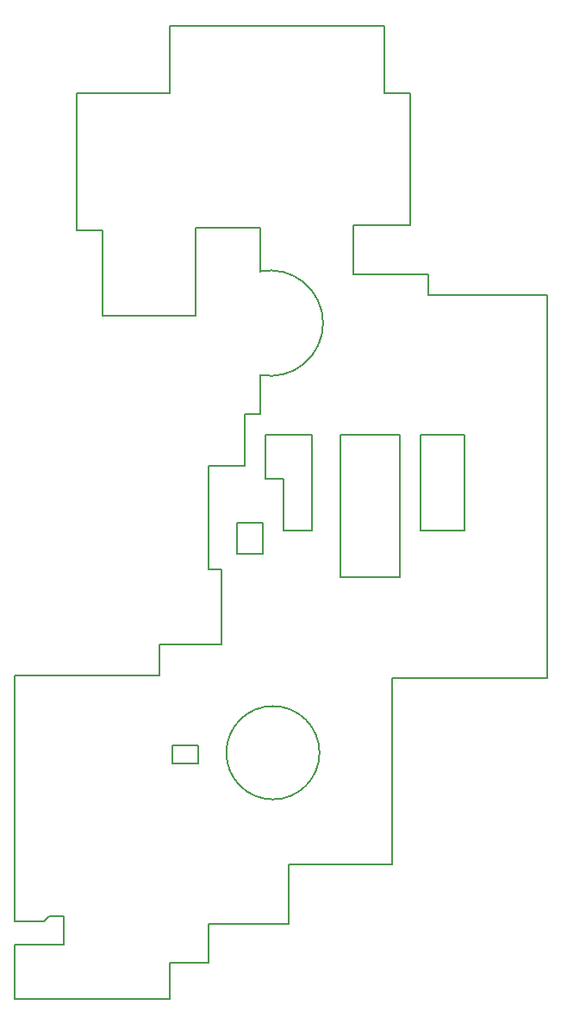
<source format=gm1>
G04 #@! TF.GenerationSoftware,KiCad,Pcbnew,(5.0.1)-4*
G04 #@! TF.CreationDate,2019-03-10T19:06:40+01:00*
G04 #@! TF.ProjectId,wiihdmi_wmi,77696968646D695F776D692E6B696361,rev?*
G04 #@! TF.SameCoordinates,Original*
G04 #@! TF.FileFunction,Profile,NP*
%FSLAX46Y46*%
G04 Gerber Fmt 4.6, Leading zero omitted, Abs format (unit mm)*
G04 Created by KiCad (PCBNEW (5.0.1)-4) date 10.03.2019 19:06:40*
%MOMM*%
%LPD*%
G01*
G04 APERTURE LIST*
%ADD10C,0.150000*%
%ADD11C,0.200000*%
G04 APERTURE END LIST*
D10*
X59182000Y-160274000D02*
X59182000Y-160909000D01*
X58801000Y-160274000D02*
X59182000Y-160274000D01*
X57785000Y-160274000D02*
X58801000Y-160274000D01*
X57277000Y-160782000D02*
X57785000Y-160274000D01*
X54356000Y-160782000D02*
X57277000Y-160782000D01*
X59182000Y-160782000D02*
X59182000Y-163068000D01*
X54356000Y-168402000D02*
X59182000Y-168402000D01*
X54356000Y-163068000D02*
X54356000Y-168402000D01*
X59182000Y-163068000D02*
X54356000Y-163068000D01*
X78486000Y-110998000D02*
X78486000Y-107188000D01*
X78486000Y-92710000D02*
X78486000Y-97028000D01*
X78485999Y-97028001D02*
G75*
G02X78486001Y-107187999I1016001J-5079999D01*
G01*
X92202000Y-113030000D02*
X92202000Y-127000000D01*
X86360000Y-113030000D02*
X86360000Y-127000000D01*
X86360000Y-127000000D02*
X92202000Y-127000000D01*
X94234000Y-122428000D02*
X98552000Y-122428000D01*
X94234000Y-113030000D02*
X94234000Y-122428000D01*
X98552000Y-113030000D02*
X94234000Y-113030000D01*
X86360000Y-113030000D02*
X92202000Y-113030000D01*
X80772000Y-122428000D02*
X83566000Y-122428000D01*
X78994000Y-113030000D02*
X83566000Y-113030000D01*
X83566000Y-113030000D02*
X83566000Y-122428000D01*
X78486000Y-110998000D02*
X76962000Y-110998000D01*
X69596000Y-79502000D02*
X69596000Y-72898000D01*
X60452000Y-79502000D02*
X69596000Y-79502000D01*
X60452000Y-92964000D02*
X60452000Y-79502000D01*
X62992000Y-92964000D02*
X60452000Y-92964000D01*
X62992000Y-101346000D02*
X62992000Y-92964000D01*
X72136000Y-101346000D02*
X62992000Y-101346000D01*
X72136000Y-92710000D02*
X72136000Y-101346000D01*
X72136000Y-92710000D02*
X78486000Y-92710000D01*
X78994000Y-117348000D02*
X78994000Y-113030000D01*
X80772000Y-117348000D02*
X78994000Y-117348000D01*
X80772000Y-122428000D02*
X80772000Y-117348000D01*
X98552000Y-113030000D02*
X98552000Y-122428000D01*
X76200000Y-124714000D02*
X76200000Y-121666000D01*
X78740000Y-124714000D02*
X76200000Y-124714000D01*
X78740000Y-121666000D02*
X78740000Y-124714000D01*
X76200000Y-121666000D02*
X78740000Y-121666000D01*
X69850000Y-145288000D02*
X69850000Y-143510000D01*
X72390000Y-145288000D02*
X69850000Y-145288000D01*
X72390000Y-143510000D02*
X72390000Y-145288000D01*
X69850000Y-143510000D02*
X72390000Y-143510000D01*
X84335050Y-144272000D02*
G75*
G03X84335050Y-144272000I-4579050J0D01*
G01*
D11*
X76962000Y-110998000D02*
X78232000Y-110998000D01*
X76962000Y-116078000D02*
X76962000Y-110998000D01*
X73406000Y-116078000D02*
X76962000Y-116078000D01*
X73406000Y-126238000D02*
X73406000Y-116078000D01*
X74676000Y-126238000D02*
X73406000Y-126238000D01*
X74676000Y-133604000D02*
X74676000Y-126238000D01*
X68580000Y-133604000D02*
X74676000Y-133604000D01*
X68580000Y-136652000D02*
X68580000Y-133604000D01*
X54356000Y-136652000D02*
X68580000Y-136652000D01*
X54356000Y-160782000D02*
X54356000Y-136652000D01*
X69596000Y-168402000D02*
X59182000Y-168402000D01*
X69596000Y-164846000D02*
X69596000Y-168402000D01*
X73406000Y-164846000D02*
X69596000Y-164846000D01*
X73406000Y-161036000D02*
X73406000Y-164846000D01*
X81280000Y-161036000D02*
X73406000Y-161036000D01*
X81280000Y-155194000D02*
X81280000Y-161036000D01*
X91440000Y-155194000D02*
X81280000Y-155194000D01*
X91440000Y-136906000D02*
X91440000Y-155194000D01*
X106680000Y-136906000D02*
X91440000Y-136906000D01*
X106680000Y-99314000D02*
X106680000Y-136906000D01*
X94996000Y-99314000D02*
X106680000Y-99314000D01*
X94996000Y-97282000D02*
X94996000Y-99314000D01*
X87630000Y-97282000D02*
X94996000Y-97282000D01*
X87630000Y-92456000D02*
X87630000Y-97282000D01*
X93218000Y-92456000D02*
X87630000Y-92456000D01*
X93218000Y-79502000D02*
X93218000Y-92456000D01*
X90678000Y-79502000D02*
X93218000Y-79502000D01*
X90678000Y-72898000D02*
X90678000Y-79502000D01*
X69596000Y-72898000D02*
X90678000Y-72898000D01*
M02*

</source>
